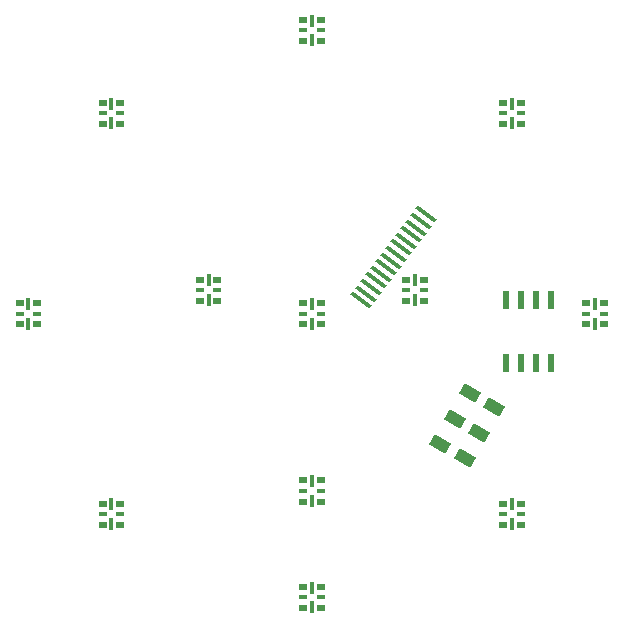
<source format=gbp>
%FSTAX23Y23*%
%MOMM*%
%SFA1B1*%

%IPPOS*%
%AMD49*
4,1,4,-0.441960,0.830580,-0.939800,-0.033020,0.441960,-0.830580,0.939800,0.033020,-0.441960,0.830580,0.0*
%
%AMD50*
4,1,4,0.693420,-0.739140,0.901700,-0.462280,-0.693420,0.739140,-0.901700,0.462280,0.693420,-0.739140,0.0*
%
%ADD26R,0.799998X0.499999*%
%ADD27R,0.799998X0.299999*%
%ADD28R,0.299999X0.999998*%
G04~CAMADD=49~9~0.0~0.0~393.7~629.9~0.0~0.0~0~0.0~0.0~0.0~0.0~0~0.0~0.0~0.0~0.0~0~0.0~0.0~0.0~60.0~740.0~653.0*
%ADD49D49*%
G04~CAMADD=50~9~0.0~0.0~137.8~787.4~0.0~0.0~0~0.0~0.0~0.0~0.0~0~0.0~0.0~0.0~0.0~0~0.0~0.0~0.0~233.0~710.0~581.0*
%ADD50D50*%
%ADD51R,0.609999X1.599997*%
%LNledpendantpcb-1*%
%LPD*%
G54D26*
X09499Y02899D03*
Y01099D03*
X07999Y02899D03*
Y01099D03*
X-00749Y-00899D03*
Y00899D03*
X00749Y-00899D03*
Y00899D03*
X-07999Y02899D03*
Y01099D03*
X-09499Y02899D03*
Y01099D03*
X-00749Y-15899D03*
Y-14099D03*
X00749Y-15899D03*
Y-14099D03*
Y-23099D03*
Y-24899D03*
X-00749Y-23099D03*
Y-24899D03*
X-17719Y-17869D03*
Y-16069D03*
X-16219Y-17869D03*
Y-16069D03*
X-23249Y00899D03*
Y-00899D03*
X-24749Y00899D03*
Y-00899D03*
X-17719Y16069D03*
Y17869D03*
X-16219Y16069D03*
Y17869D03*
X00749Y24899D03*
Y23099D03*
X-00749Y24899D03*
Y23099D03*
X16219Y16069D03*
Y17869D03*
X17719Y16069D03*
Y17869D03*
X24749Y00899D03*
Y-00899D03*
X23249Y00899D03*
Y-00899D03*
X16219Y-17869D03*
Y-16069D03*
X17719Y-17869D03*
Y-16069D03*
G54D27*
X09499Y01999D03*
X07999D03*
X-00749Y0D03*
X00749D03*
X-07999Y01999D03*
X-09499D03*
X-00749Y-14999D03*
X00749D03*
Y-23999D03*
X-00749D03*
X-17719Y-16969D03*
X-16219D03*
X-23249Y0D03*
X-24749D03*
X-17719Y16969D03*
X-16219D03*
X00749Y23999D03*
X-00749D03*
X16219Y16969D03*
X17719D03*
X24749Y0D03*
X23249D03*
X16219Y-16969D03*
X17719D03*
G54D28*
X08749Y02829D03*
Y01169D03*
X0Y-00829D03*
Y00829D03*
X-08749Y02829D03*
Y01169D03*
X0Y-15829D03*
Y-14169D03*
Y-23169D03*
Y-24829D03*
X-16969Y-17799D03*
Y-16139D03*
X-23999Y00829D03*
Y-00829D03*
X-16969Y16139D03*
Y17799D03*
X0Y24829D03*
Y23169D03*
X16969Y16139D03*
Y17799D03*
X23999Y00829D03*
Y-00829D03*
X16969Y-17799D03*
Y-16139D03*
G54D49*
X1211Y-08874D03*
X15438Y-07909D03*
X12938Y-12239D03*
X14188Y-10074D03*
X1086Y-11039D03*
X1336Y-06709D03*
G54D50*
X04156Y01156D03*
X04578Y01715D03*
X04999Y02274D03*
X0542Y02833D03*
X05842Y03392D03*
X06263Y03951D03*
X06684Y0451D03*
X07105Y05069D03*
X07527Y05628D03*
X07948Y06187D03*
X08369Y06746D03*
X0879Y07305D03*
X09212Y07864D03*
X09633Y08423D03*
G54D51*
X17699Y-04199D03*
X18969D03*
X17699Y01199D03*
X18969D03*
X16429Y-04199D03*
X20239D03*
X16429Y01199D03*
X20239D03*
M02*
</source>
